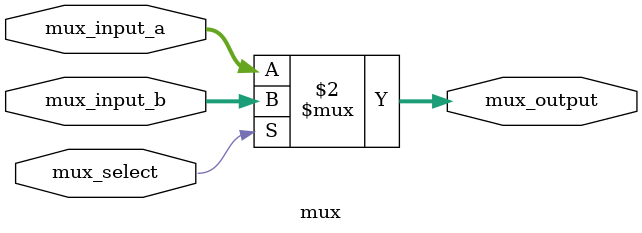
<source format=v>
`timescale 1ns/1ps

module single_cycle_riscv (
    input clk,rst
);

wire [31:0] pc_out_wire, inst_mem_out_wire, reg_file_data_out1_wire, reg_file_data_out2_wire, mux1_out_wire, mux2_out_wire, pc_adder_out_wire;
wire [31:0] imm_ext_out_wire, alu_output_wire, data_mem_read_data_out_wire, mux_pctarget_to_pc_out_wire, pc_target_out_wire;
wire [2:0] alu_control_wire;
wire control_reg_write_wire, control_mem_write_wire, control_alu_src_wire, control_result_src_wire, alu_zero_wire, control_pc_src_wire;
wire [1:0] control_imm_select_wire;


mux mux_pctarget_to_pc (
    .mux_input_a(pc_adder_out_wire),
    .mux_input_b(pc_target_out_wire), 
    .mux_select(control_pc_src_wire), 
    .mux_output(mux_pctarget_to_pc_out_wire)   
);



program_counter pc (
    .clk(clk),
    .rst(rst),
    .pc_in(mux_pctarget_to_pc_out_wire),
    .pc_out(pc_out_wire)
);

instruction_memory inst_mem (
    .inst_mem_in(pc_out_wire),
    .rst(rst),
    .instruction_out(inst_mem_out_wire)
);

register_file reg_file (
    .clk(clk),
    .rst(rst),
    .reg_write_enable(control_reg_write_wire),
    .reg_addr1(inst_mem_out_wire[19:15]),
    .reg_addr2(inst_mem_out_wire[24:20]),
    .reg_write_addr(inst_mem_out_wire[11:7]),
    .write_data(mux2_out_wire),    
    .read_data1(reg_file_data_out1_wire),
    .read_data2(reg_file_data_out2_wire)
);

sign_extension imm_ext (
    .imm_ext_input(inst_mem_out_wire),
    .imm_ext_output(imm_ext_out_wire),
    .imm_select(control_imm_select_wire)
);

mux mux_reg_to_alu (
    .mux_input_a(reg_file_data_out2_wire),
    .mux_input_b(imm_ext_out_wire),
    .mux_select(control_alu_src_wire),
    .mux_output(mux1_out_wire)
);

alu alu_unit (
    .a(reg_file_data_out1_wire),
    .b(mux1_out_wire),
    .alu_control(alu_control_wire),
    .result(alu_output_wire),
    .flag_zero(alu_zero_wire)
);

control_unit cntrl_unit (
    .opcode(inst_mem_out_wire[6:0]),
    .funct3(inst_mem_out_wire[14:12]),
    .funct7_5(inst_mem_out_wire[30]),
    .mem_write(control_mem_write_wire),
    .pc_src(control_pc_src_wire),
    .zero(alu_zero_wire),
    .alu_src(control_alu_src_wire),
    .result_src(control_result_src_wire),
    .reg_write(control_reg_write_wire),
    .imm_src(control_imm_select_wire),
    .alu_control(alu_control_wire)
);

data_memory data_mem (
    .clk(clk),
    .rst(rst),
    .data_mem_write_enable(control_mem_write_wire),
    .data_mem_address(alu_output_wire),
    .data_mem_write_data(reg_file_data_out2_wire),
    .data_mem_read_data(data_mem_read_data_out_wire)
);

pc_adder pc_add (
    .pc_adder_in_a(pc_out_wire),
    .pc_adder_in_b(32'd4),
    .pc_adder_out(pc_adder_out_wire)
);



mux mux_data_to_reg (
    .mux_input_a(alu_output_wire),
    .mux_input_b(data_mem_read_data_out_wire),
    .mux_select(control_result_src_wire),
    .mux_output(mux2_out_wire)   
);

pc_adder pc_target_unit (
    .pc_adder_in_a(pc_adder_out_wire),
    .pc_adder_in_b(imm_ext_out_wire << 1),
    .pc_adder_out(pc_target_out_wire)
);




endmodule

////////////////////////////////////////////////////////////////////////////////////////

// 1. Program Counter (PC)
module program_counter (
    input        clk,
    input        rst,
    input  [31:0] pc_in,
    output reg [31:0] pc_out
);
    always @(posedge clk) begin
        if (rst) begin
            pc_out <= 32'b0; // Reset PC to 0
        end else begin
            pc_out <= pc_in; // Update PC with new value
        end
    end

endmodule

// 2. Instruction Memory (IM)
module instruction_memory (
    input  [31:0] inst_mem_in,
    input rst,
    output [31:0] instruction_out
);
    reg [31:0] inst_memory [1023:0]; // 1024 words of 32-bit memory

    initial begin
        // Load instructions from a file (for simulation purposes)
        // inst_memory[0] = 32'hFFC4A303; // addi x1, x0, 1
        // inst_memory[1] = 32'h00B62423;
        inst_memory[0] = 32'hFE420AE3;
        //inst_memory[1] = 32'h00B62423;
    end

    assign instruction_out = (rst == 1'b1) ? 32'b0 : inst_memory[inst_mem_in[31:2]]; // Word-aligned access (pc[31:2] for 1024 words)

endmodule

// 3. Register File (RF)
module register_file (
    input        clk,
    input        rst,
    input        reg_write_enable,
    input  [4:0] reg_addr1,
    input  [4:0] reg_addr2,
    input  [4:0] reg_write_addr,
    input  [31:0] write_data,    
    output [31:0] read_data1,
    output [31:0] read_data2
);
    reg [31:0] registers [31:0]; // 32 registers of 32 bits each
    integer i;

    // Read ports (combinational)
    assign read_data1 = (rst == 1'b1) ? 32'b0 : registers[reg_addr1];
    assign read_data2 = (rst == 1'b1) ? 32'b0 : registers[reg_addr2];

    // Write port (sequential)
    always @(posedge clk ) begin
        if (reg_write_enable && reg_write_addr != 5'b00000) begin
            registers[reg_write_addr] <= write_data; // Ensure x0 is always 0
        end
    end

    initial begin
        registers[4] = 32'd14; // x5 = 6
        registers[6] = 32'd10; // x6 = 40
        registers[11] = 32'd28;  // x11 = 28    
        registers[12] = 32'd30;  // x12 = 30
    end

endmodule

// 4. Sign Extension Unit (SEU)
module sign_extension (
    input [31:0] imm_ext_input,
    input [1:0] imm_select, // 0 for I-type, 1 for S-type
    output [31:0] imm_ext_output
);

    assign imm_ext_output = (imm_select == 2'b01) ? 
                            {{20{imm_ext_input[31]}}, imm_ext_input[31:25], imm_ext_input[11:7]} : // S-type
                            (imm_select == 2'b10) ?
                            {{20{imm_ext_input[31]}}, imm_ext_input[7], imm_ext_input[30:25], imm_ext_input[11:8], 1'b0} : // B-type
                            {{20{imm_ext_input[31]}}, imm_ext_input[31:20]}; // I-type


endmodule

// 5. Arithemtic Logic Unit (ALU)
module alu (
    input  [31:0] a, b,
    input  [2:0]  alu_control,
    output [31:0] result,
    output [3:0]  flag_zero   // {Negative, Zero, Carry, OverFlow}
);

    wire [31:0] sum;
    wire cout;
    wire slt;
    wire [31:0] mux1;
    wire carry, overflow, zero, negative;
    
    assign mux1 = (alu_control[0] == 1'b0) ? b : ~b; // Mux for ADD/SUB

    assign {cout,sum} = a + mux1 + alu_control[0]; // Sum for ADD/SUB

    assign slt = sum[31] ^ overflow; // Set Less Than for SLT

    // Result selection
    assign result = (alu_control == 3'b000) ? sum :                  // ADD
                    (alu_control == 3'b001) ? sum :                  // SUB
                    (alu_control == 3'b010) ? (a & b) :             // AND logical
                    (alu_control == 3'b011) ? (a | b) :            // OR logical
                    (alu_control == 3'b101) ? {{31'd0}, slt} : 32'd0; // SLT

    // Flags calculation
    assign carry     = (~alu_control[1]) & cout;  
    assign overflow  = (~alu_control[1]) & (a[31] ^ sum[31]) & (~(a[31] ^ b[31] ^ alu_control[0]));
    assign zero      = &(~result);
    assign negative  = result[31];

    // Packed Flags: {Negative, Zero, Carry, OverFlow}
    assign flag_zero = zero;

endmodule

// 6. Control Unit (CU)
module control_unit (
    input  [6:0] opcode,
    input [2:0] funct3,
    input      funct7_5,
    input zero,
    output pc_src,
    output       mem_write,
    output       alu_src,
    output       result_src,
    output       reg_write,
    output [1:0] imm_src,
    output [2:0] alu_control
);
    wire [1:0] alu_op_wire;
    wire branch;

    assign pc_src = zero & branch; // For BEQ instruction

    main_decoder md (
        .opcode(opcode),
        .mem_write(mem_write),
        .branch(branch),
        .alu_src(alu_src),
        .result_src(result_src),
        .reg_write( reg_write ),
        .alu_op(alu_op_wire),
        .imm_src(imm_src)
    );

   alu_decoder acu (
       .alu_op(alu_op_wire),
       .funct3(funct3),
       .op_5(opcode[5]),
       .funct7_5(funct7_5),
       .alu_control(alu_control)
   );

endmodule

// 6.1 Main Decoder
module main_decoder(
    input [6:0] opcode,
    output       mem_write,
    output       branch,
    output       alu_src,
    output       result_src,
    output       reg_write,
    output [1:0] alu_op,
    output [1:0] imm_src
);

    assign reg_write = (opcode == 7'b0000011 || opcode == 7'b0110011) ? 1'b1 : 1'b0; // LW and R-type
    assign imm_src = (opcode == 7'b1100011) ? 2'b10 : 
                     (opcode == 7'b0100011) ? 2'b01 : 2'b00; // LW : SW : BEQ
    assign alu_src   = (opcode == 7'b0100011) || (opcode == 7'b0000011) ? 1'b1 : 1'b0; // SW and LW
    assign mem_write = (opcode == 7'b0100011) ? 1'b1 : 1'b0; // SW
    assign result_src = (opcode == 7'b0000011) ? 1'b1 : 1'b0; // LW 
    assign branch   = (opcode == 7'b1100011) ? 1'b1 : 1'b0; // BEQ
    assign alu_op    = (opcode == 7'b0110011) ? 2'b10 :
                      (opcode == 7'b1100011) ? 2'b01 : 2'b00; // R-type : BEQ : LW/SW

endmodule

// 6.2 ALU Decoder
module alu_decoder(
    input  [1:0] alu_op,
    input  [2:0] funct3,
    input        op_5,
    input        funct7_5,
    output [2:0] alu_control
);
    wire [1:0] concatenation;
    assign concatenation = {op_5, funct7_5};
    assign alu_control = (alu_op == 2'b00) ? 3'b000 : // LW or SW -> ADD
                         (alu_op == 2'b01) ? 3'b001 : // BEQ -> SUB
                         (alu_op == 2'b10 && funct3 == 3'b000 && (concatenation != 2'b11)) ? 3'b000 : // ADD
                         (alu_op == 2'b10 && funct3 == 3'b000 && (concatenation == 2'b11)) ? 3'b001 : // SUB
                         (alu_op == 2'b10 && funct3 == 3'b010) ? 3'b101 : // SLT
                         (alu_op == 2'b10 && funct3 == 3'b110) ? 3'b011 : // OR
                         (alu_op == 2'b10 && funct3 == 3'b111) ? 3'b010 : // AND
                         3'b000; // Undefined

endmodule

// 7. Data Memory (DM)
module data_memory (
    input        clk,
    input        rst,
    input        data_mem_write_enable,
    input  [31:0] data_mem_address,
    input  [31:0] data_mem_write_data,
    output [31:0] data_mem_read_data
);
    reg [31:0] data_memory [1023:0]; // 1024 words of 32-bit memory

    // Read port (combinational)
    assign data_mem_read_data = (rst == 1'b1) ? 32'b0 : data_memory[data_mem_address[31:0]]; // Word-aligned access (address[31:2] for 1024 words)

    // Write port (sequential)
    always @(posedge clk) begin
        if (data_mem_write_enable && !rst) begin
            data_memory[data_mem_address[31:2]] <= data_mem_write_data; // Word-aligned access
        end
    end 
    
    initial begin
        data_memory [16] = 32'h00000020;
        data_memory [40] = 32'h00000002;
    end

endmodule

// 8. Program Counter Adder (PCA)
module pc_adder (
    input  [31:0] pc_adder_in_a,
    input [31:0] pc_adder_in_b,
    output [31:0] pc_adder_out
);
    assign pc_adder_out = pc_adder_in_a + pc_adder_in_b;

endmodule

// 9. multiplexer (MUX)
module mux (
    input  [31:0] mux_input_a,
    input  [31:0] mux_input_b,
    input         mux_select,
    output [31:0] mux_output
);
    assign mux_output = (mux_select == 1'b0) ? mux_input_a : mux_input_b;   
endmodule








</source>
